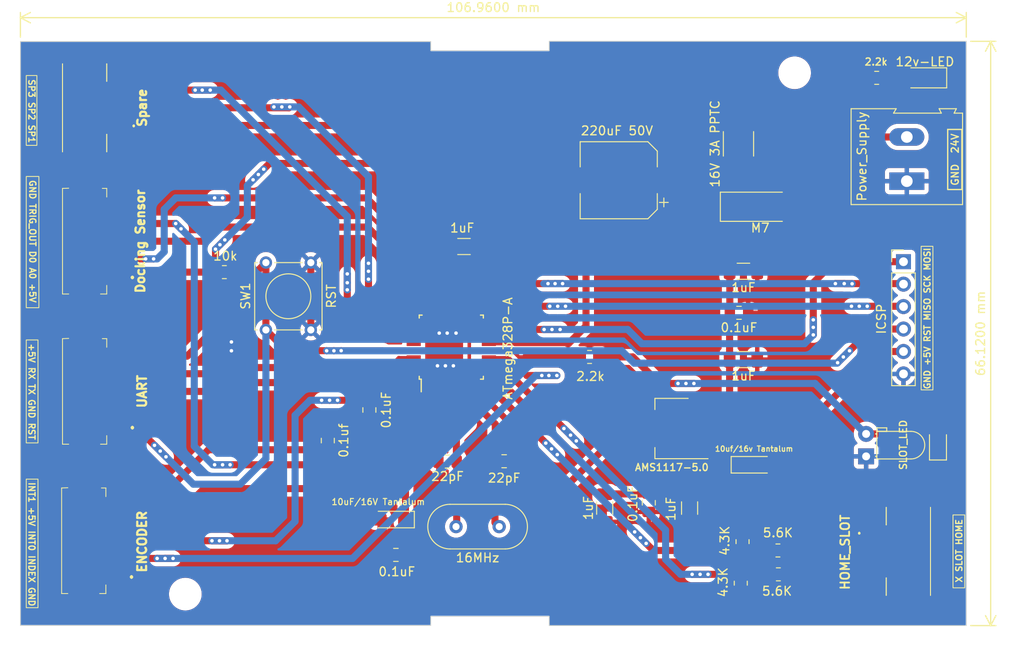
<source format=kicad_pcb>
(kicad_pcb (version 20221018) (generator pcbnew)
  (layers (0 "F.Cu" signal) (31 "B.Cu" signal) (34 "B.Paste" user) (35 "F.Paste" user) (36 "B.SilkS" user "B.Silkscreen") (37 "F.SilkS" user "F.Silkscreen") (38 "B.Mask" user) (39 "F.Mask" user) (44 "Edge.Cuts" user))
  (net 0 "")
  (net 1 "+12V")
  (net 2 "GND")
  (net 3 "+5V")
  (net 4 "INT0")
  (net 5 "INT1")
  (net 6 "Net-(U2-XTAL1{slash}PB6)")
  (net 7 "Net-(U2-XTAL2{slash}PB7)")
  (net 8 "Net-(D1-K)")
  (net 9 "INDEX")
  (net 10 "MOSI")
  (net 11 "SCK")
  (net 12 "MISO")
  (net 13 "RST")
  (net 14 "D0")
  (net 15 "A0")
  (net 16 "TRIG_Out")
  (net 17 "HOME")
  (net 18 "SLOT")
  (net 20 "RX")
  (net 21 "TX")
  (net 22 "Net-(J6-Pin_1)")
  (net 23 "Net-(D1-A)")
  (net 24 "Net-(D2-A)")
  (net 25 "Net-(U2-PB0)")
  (net 26 "Net-(J6-Pin_2)")
  (net 30 "Spare1")
  (net 31 "Spare2")
  (net 34 "Net-(D3-A)")
  (net 35 "Spare3")
  (footprint "Diode_SMD:D_SMA_Handsoldering" (layer "F.Cu") (at 135.1225 87.871841)
    (fp_text reference "D1" hide)
    (fp_text value "M7")
  )
  (footprint "JST 3 Pin SMD:B3BPHSM4TBTLFSN" (layer "F.Cu") (at 58.7225 76.671841 90)
    (fp_text reference "Spare")
    (fp_text value "Spare_Pins" hide)
  )
  (footprint "Resistor_SMD:R_0805_2012Metric_Pad1.20x1.40mm_HandSolder" (layer "F.Cu") (at 137.1725 129.471841)
    (fp_text reference "RESP4" hide)
    (fp_text value "5.6K")
  )
  (footprint "Capacitor_SMD:C_0805_2012Metric_Pad1.18x1.45mm_HandSolder" (layer "F.Cu") (at 132.7225 99.871841)
    (fp_text reference "C2" hide)
    (fp_text value "0.1uF")
  )
  (footprint "Resistor_SMD:R_0805_2012Metric_Pad1.20x1.40mm_HandSolder" (layer "F.Cu") (at 133.1225 125.771841 -90)
    (fp_text reference "RESP3" hide)
    (fp_text value "4.3K")
  )
  (footprint "Resistor_SMD:R_0805_2012Metric_Pad1.20x1.40mm_HandSolder" (layer "F.Cu") (at 137.1225 126.771841)
    (fp_text reference "RESP2" hide)
    (fp_text value "5.6K")
  )
  (footprint "Capacitor_SMD:CP_Elec_8x10.5" (layer "F.Cu") (at 119.1225 84.871841 180)
    (fp_text reference "|1" hide)
    (fp_text value "220uF 50V")
  )
  (footprint "Capacitor_Tantalum_SMD:CP_EIA-3216-18_Kemet-A_Pad1.58x1.35mm_HandSolder" (layer "F.Cu") (at 134.3225 117.071841)
    (fp_text reference "CESP1" hide)
    (fp_text value "10uf/16v Tantalum")
  )
  (footprint "Capacitor_SMD:C_0805_2012Metric_Pad1.18x1.45mm_HandSolder" (layer "F.Cu") (at 86.2225 114.334341 90)
    (fp_text reference "C10" hide)
    (fp_text value "0.1uf")
  )
  (footprint "JST 5 Pin SMD:B5BPHSM4TBTLFSN" (layer "F.Cu") (at 58.6225 125.671841 90)
    (fp_text reference "J2" hide)
    (fp_text value "ENCODER")
  )
  (footprint "Resistor_SMD:R_0805_2012Metric_Pad1.20x1.40mm_HandSolder" (layer "F.Cu") (at 74.5225 95.271841)
    (fp_text reference "RESP1" hide)
    (fp_text value "10k")
  )
  (footprint "Capacitor_SMD:C_1206_3216Metric_Pad1.33x1.80mm_HandSolder" (layer "F.Cu") (at 101.6225 92.371841)
    (fp_text reference "C8" hide)
    (fp_text value "1uF")
  )
  (footprint "MountingHole:MountingHole_3.2mm_M3" (layer "F.Cu") (at 70.1125 131.711841 90)
    (fp_text reference "H1" hide)
    (fp_text value "MountingHole" hide)
  )
  (footprint "Capacitor_SMD:C_1206_3216Metric_Pad1.33x1.80mm_HandSolder" (layer "F.Cu") (at 133.2225 105.171841)
    (fp_text reference "C3" hide)
    (fp_text value "1uF")
  )
  (footprint "LED_SMD:LED_1206_3216Metric_Pad1.42x1.75mm_HandSolder" (layer "F.Cu") (at 153.7475 73.281841 180)
    (fp_text reference "D2" hide)
    (fp_text value "12v-LED")
  )
  (footprint "Resistor_SMD:R_0805_2012Metric_Pad1.20x1.40mm_HandSolder" (layer "F.Cu") (at 115.8225 104.871841 180)
    (fp_text reference "R2" hide)
    (fp_text value "2.2k")
  )
  (footprint "Package_QFP:TQFP-32_7x7mm_P0.8mm" (layer "F.Cu") (at 100.1875 103.761841 90)
    (fp_text reference "U2" hide)
    (fp_text value "ATmega328P-A")
  )
  (footprint "Capacitor_SMD:C_0805_2012Metric_Pad1.18x1.45mm_HandSolder" (layer "F.Cu") (at 122.5225 121.371841 -90)
    (fp_text reference "C5" hide)
    (fp_text value "0.1uF")
  )
  (footprint "MountingHole:MountingHole_3.2mm_M3" (layer "F.Cu") (at 139.0125 72.711841 90)
    (fp_text reference "H2" hide)
    (fp_text value "MountingHole" hide)
  )
  (footprint "Capacitor_SMD:C_1206_3216Metric_Pad1.33x1.80mm_HandSolder" (layer "F.Cu") (at 117.535 121.969341 -90)
    (fp_text reference "C6" hide)
    (fp_text value "1uF")
  )
  (footprint "Resistor_SMD:R_0805_2012Metric_Pad1.20x1.40mm_HandSolder" (layer "F.Cu") (at 132.9225 130.471841 90)
    (fp_text reference "RESP5" hide)
    (fp_text value "4.3K")
  )
  (footprint "LED_THT:LED_D3.0mm_Horizontal_O1.27mm_Z2.0mm" (layer "F.Cu") (at 147.0975 116.121841 90)
    (fp_text reference "D3" hide)
    (fp_text value "SLOT_LED")
  )
  (footprint "LED_SMD:LED_0805_2012Metric_Pad1.15x1.40mm_HandSolder" (layer "F.Cu") (at 155.2225 114.671841 90)
    (fp_text reference "D4" hide)
    (fp_text value "SLOT_LED" hide)
  )
  (footprint "Capacitor_SMD:C_1206_3216Metric_Pad1.33x1.80mm_HandSolder" (layer "F.Cu") (at 133.2225 95.171841)
    (fp_text reference "C1" hide)
    (fp_text value "1uF")
  )
  (footprint "Capacitor_SMD:C_0805_2012Metric_Pad1.18x1.45mm_HandSolder" (layer "F.Cu") (at 99.7625 116.711841)
    (fp_text reference "C11" hide)
    (fp_text value "22pF")
  )
  (footprint "Package_TO_SOT_SMD:SOT-223-3_TabPin2" (layer "F.Cu") (at 125.1225 112.971841 180)
    (fp_text reference "U1" hide)
    (fp_text value "AMS1117-5.0")
  )
  (footprint "Resistor_SMD:R_0805_2012Metric_Pad1.20x1.40mm_HandSolder" (layer "F.Cu") (at 148.2925 73.281841 180)
    (fp_text reference "R1" hide)
    (fp_text value "2.2k")
  )
  (footprint "Crystal:Crystal_HC49-U_Vertical" (layer "F.Cu") (at 100.7225 124.071841)
    (fp_text reference "Y1" hide)
    (fp_text value "16MHz")
  )
  (footprint "Capacitor_SMD:C_0805_2012Metric_Pad1.18x1.45mm_HandSolder" (layer "F.Cu") (at 106.1625 116.671841 180)
    (fp_text reference "C12" hide)
    (fp_text value "22pF")
  )
  (footprint "Button_Switch_THT:SW_Tactile_Straight_KSA0Axx1LFTR" (layer "F.Cu") (at 79.2225 101.811841 90)
    (fp_text reference "SW1")
    (fp_text value "RST")
  )
  (footprint "Capacitor_SMD:C_0805_2012Metric_Pad1.18x1.45mm_HandSolder" (layer "F.Cu") (at 93.9225 127.271841 180)
    (fp_text reference "C7" hide)
    (fp_text value "0.1uF")
  )
  (footprint "TerminalBlock:TerminalBlock_Altech_AK300-2_P5.00mm" (layer "F.Cu") (at 151.7 84.976841 90)
    (fp_text reference "J1" hide)
    (fp_text value "Power_Supply")
  )
  (footprint "JST 5 Pin SMD:B5BPHSM4TBTLFSN" (layer "F.Cu") (at 58.7225 108.771841 90)
    (fp_text reference "J4" hide)
    (fp_text value "UART")
  )
  (footprint "Capacitor_SMD:C_0805_2012Metric_Pad1.18x1.45mm_HandSolder" (layer "F.Cu") (at 90.9225 110.871841 90)
    (fp_text reference "C9" hide)
    (fp_text value "0.1uF")
  )
  (footprint "JST 3 Pin SMD:B3BPHSM4TBTLFSN" (layer "F.Cu") (at 151.8725 126.871841 -90)
    (fp_text reference "J6" hide)
    (fp_text value "HOME_SLOT")
  )
  (footprint "Connector_PinHeader_2.54mm:PinHeader_1x06_P2.54mm_Vertical" (layer "F.Cu") (at 151.3225 94.091841)
    (fp_text reference "J3" hide)
    (fp_text value "ICSP")
  )
  (footprint "Fuse:Fuse_1812_4532Metric_Pad1.30x3.40mm_HandSolder" (layer "F.Cu") (at 132.6625 80.751841 -90)
    (fp_text reference "F1" hide)
    (fp_text value "16V 3A PPTC")
  )
  (footprint "JST 5 Pin SMD:B5BPHSM4TBTLFSN" (layer "F.Cu") (at 58.7225 91.771841 90)
    (fp_text reference "J5" hide)
    (fp_text value "Docking Sensor")
  )
  (footprint "Capacitor_SMD:C_1206_3216Metric_Pad1.33x1.80mm_HandSolder" (layer "F.Cu") (at 127.135 121.971841 -90)
    (fp_text reference "C4" hide)
    (fp_text value "1uF")
  )
  (footprint "Capacitor_Tantalum_SMD:CP_EIA-3216-18_Kemet-A_Pad1.58x1.35mm_HandSolder" (layer "F.Cu") (at 93.5225 123.271841 180)
    (fp_text reference "|2" hide)
    (fp_text value "10uF/16V Tantalum")
  )
  (gr_rect (start 156.9225 130.996841) (end 158.247901 122.746842) (stroke (width 0.1)) (fill none) (layer "F.SilkS"))
  (gr_rect (start 52.1225 80.921842) (end 53.3225 73.02184) (stroke (width 0.1)) (fill none) (layer "F.SilkS"))
  (gr_rect (start 52.1225 99.296841) (end 53.5479 84.446842) (stroke (width 0.1)) (fill none) (layer "F.SilkS"))
  (gr_rect (start 52.1225 114.596841) (end 53.4479 102.946842) (stroke (width 0.1)) (fill none) (layer "F.SilkS"))
  (gr_rect (start 153.3225 108.596841) (end 154.6479 92.346842) (stroke (width 0.1)) (fill none) (layer "F.SilkS"))
  (gr_rect (start 52.1225 133.24684) (end 53.4479 118.696842) (stroke (width 0.1)) (fill none) (layer "F.SilkS"))
  (gr_rect (start 156.3225 85.921842) (end 157.922501 79.121841) (stroke (width 0.15)) (fill none) (layer "F.SilkS"))
  (gr_poly (pts (xy 158.4225 135.271841) (xy 158.4225 69.141841) (xy 111.2625 69.141841) (xy 111.2625 70.211841) (xy 97.8625 70.211841) (xy 97.8625 69.171841) (xy 51.4625 69.171841) (xy 51.4625 135.251841) (xy 97.8625 135.251841) (xy 97.8625 134.211841) (xy 111.2625 134.211841) (xy 111.2625 135.271841)) (stroke (width 0.1)) (fill none) (layer "Edge.Cuts"))
  (gr_text "GND  24V\n" (at 157.6225 85.571841 90) (layer "F.SilkS") (effects (font (size 0.8 0.8) (thickness 0.15) bold) (justify left bottom)))
  (gr_text "GND TRIG_OUT D0 A0 +5V" (at 52.4225 84.771841 -90) (layer "F.SilkS") (effects (font (size 0.7 0.7)) (justify left bottom)))
  (gr_text "INT1 +5V INT0 INDEX GND" (at 52.3225 118.971841 -90) (layer "F.SilkS") (effects (font (size 0.7 0.7)) (justify left bottom)))
  (gr_text "GND +5V RST MISO SCK MOSI" (at 154.4225 108.596841 90) (layer "F.SilkS") (effects (font (size 0.7 0.7)) (justify left bottom)))
  (gr_text "X SLOT HOME" (at 158.0225 130.471841 90) (layer "F.SilkS") (effects (font (size 0.7 0.7) (thickness 0.15) bold) (justify left bottom)))
  (gr_text "SP3 SP2 SP1" (at 52.3225 73.371841 -90) (layer "F.SilkS") (effects (font (size 0.7 0.7) (thickness 0.15) bold) (justify left bottom)))
  (gr_text "+5V RX TX GND RST" (at 52.3225 103.271841 -90) (layer "F.SilkS") (effects (font (size 0.7 0.7)) (justify left bottom)))
  (dimension (type aligned) (layer "F.SilkS") (pts (xy 158.4225 135.271841) (xy 158.4225 69.151841)) (height 2.76) (gr_text "66.1200 mm" (at 160.0325 102.211841 90) (layer "F.SilkS") (effects (font (size 1 1) (thickness 0.15)))) (format (prefix "") (suffix "") (units 3) (units_format 1) (precision 4)) (style (thickness 0.15) (arrow_length 1.27) (text_position_mode 0) (extension_height 0.58642) (extension_offset 0.5) keep_text_aligned))
  (dimension (type aligned) (layer "F.SilkS") (pts (xy 51.4625 69.171841) (xy 158.4225 69.171841)) (height -2.7) (gr_text "106.9600 mm" (at 104.9425 65.321841) (layer "F.SilkS") (effects (font (size 1 1) (thickness 0.15)))) (format (prefix "") (suffix "") (units 3) (units_format 1) (precision 4)) (style (thickness 0.15) (arrow_length 1.27) (text_position_mode 0) (extension_height 0.58642) (extension_offset 0.5) keep_text_aligned))
  (segment (start 131.685 99.871841) (end 131.685 95.196841) (width 0.8) (layer "F.Cu") (net 1))
  (segment (start 124.9225 84.871841) (end 131.2675 78.526841) (width 0.8) (layer "F.Cu") (net 1))
  (segment (start 124.7225 84.871841) (end 122.8225 84.871841) (width 0.8) (layer "F.Cu") (net 1))
  (segment (start 131.2675 78.526841) (end 132.6625 78.526841) (width 0.8) (layer "F.Cu") (net 1))
  (segment (start 131.66 109.534341) (end 131.66 105.171841) (width 0.8) (layer "F.Cu") (net 1))
  (segment (start 131.66 105.171841) (end 131.66 99.896841) (width 0.8) (layer "F.Cu") (net 1))
  (segment (start 131.66 95.171841) (end 131.66 91.809341) (width 0.8) (layer "F.Cu") (net 1))
  (segment (start 128.2725 110.671841) (end 130.5225 110.671841) (width 0.8) (layer "F.Cu") (net 1))
  (segment (start 145.4125 73.281841) (end 147.2925 73.281841) (width 0.8) (layer "F.Cu") (net 1))
  (segment (start 132.6625 78.526841) (end 140.1675 78.526841) (width 0.8) (layer "F.Cu") (net 1))
  (segment (start 131.66 99.896841) (end 131.685 99.871841) (width 0.8) (layer "F.Cu") (net 1))
  (segment (start 131.685 95.196841) (end 131.66 95.171841) (width 0.8) (layer "F.Cu") (net 1))
  (segment (start 140.1675 78.526841) (end 145.4125 73.281841) (width 0.8) (layer "F.Cu") (net 1))
  (segment (start 131.66 91.809341) (end 124.7225 84.871841) (width 0.8) (layer "F.Cu") (net 1))
  (segment (start 130.5225 110.671841) (end 131.66 109.534341) (width 0.8) (layer "F.Cu") (net 1))
  (segment (start 122.8225 84.871841) (end 124.9225 84.871841) (width 0.8) (layer "F.Cu") (net 1))
  (segment (start 100.5875 106.036841) (end 100.4225 105.871841) (width 0.4) (layer "F.Cu") (net 2))
  (segment (start 100.5875 108.011841) (end 100.5875 106.036841) (width 0.4) (layer "F.Cu") (net 2))
  (segment (start 99.7875 98.036841) (end 99.7875 99.511841) (width 0.4) (layer "F.Cu") (net 2))
  (segment (start 98.9875 106.236841) (end 98.6225 105.871841) (width 0.4) (layer "F.Cu") (net 2))
  (segment (start 98.9875 108.011841) (end 98.9875 106.236841) (width 0.4) (layer "F.Cu") (net 2))
  (segment (start 99.7875 98.036841) (end 99.4225 97.671841) (width 0.4) (layer "F.Cu") (net 2))
  (segment (start 99.7875 99.511841) (end 99.7875 102.106841) (width 0.4) (layer "F.Cu") (net 2))
  (segment (start 84.3025 101.811841) (end 84.3025 94.191841) (width 0.8) (layer "F.Cu") (net 2))
  (segment (start 99.7875 102.106841) (end 99.7225 102.171841) (width 0.4) (layer "F.Cu") (net 2))
  (via (at 100.7225 102.171841) (size 0.8) (drill 0.4) (layers "F.Cu" "B.Cu") (net 2))
  (via (at 75.3225 104.171841) (size 0.8) (drill 0.4) (layers "F.Cu" "B.Cu") (net 2))
  (via (at 75.3225 103.171841) (size 0.8) (drill 0.4) (layers "F.Cu" "B.Cu") (net 2))
  (via (at 99.7225 102.171841) (size 0.8) (drill 0.4) (layers "F.Cu" "B.Cu") (net 2))
  (via (at 98.6225 105.871841) (size 0.8) (drill 0.4) (layers "F.Cu" "B.Cu") (net 2))
  (via (at 98.8225 102.171841) (size 0.8) (drill 0.4) (layers "F.Cu" "B.Cu") (net 2))
  (via (at 100.4225 105.871841) (size 0.8) (drill 0.4) (layers "F.Cu" "B.Cu") (net 2))
  (via (at 99.5225 105.871841) (size 0.8) (drill 0.4) (layers "F.Cu" "B.Cu") (net 2))
  (segment (start 132.885 120.246841) (end 132.7225 120.409341) (width 0.8) (layer "F.Cu") (net 3))
  (segment (start 67.3225 95.771841) (end 67.8225 95.271841) (width 0.8) (layer "F.Cu") (net 3))
  (segment (start 100.7075 110.956841) (end 101.3875 110.276841) (width 0.4) (layer "F.Cu") (net 3))
  (segment (start 141.0225 116.171841) (end 136.785 120.409341) (width 0.8) (layer "F.Cu") (net 3))
  (segment (start 102.2225 99.546841) (end 102.1875 99.511841) (width 0.4) (layer "F.Cu") (net 3))
  (segment (start 117.57 120.371841) (end 126.8475 120.371841) (width 0.8) (layer "F.Cu") (net 3))
  (segment (start 60.8725 123.671841) (end 68.3225 123.671841) (width 0.8) (layer "F.Cu") (net 3))
  (segment (start 60.9725 104.771841) (end 70.3225 104.771841) (width 0.8) (layer "F.Cu") (net 3))
  (segment (start 72.2225 119.771841) (end 95.0025 119.771841) (width 0.8) (layer "F.Cu") (net 3))
  (segment (start 73.5225 101.571841) (end 73.5225 95.271841) (width 0.8) (layer "F.Cu") (net 3))
  (segment (start 100.5875 96.771841) (end 100.5875 95.886841) (width 0.4) (layer "F.Cu") (net 3))
  (segment (start 95.0025 129.351841) (end 97.1225 131.471841) (width 0.8) (layer "F.Cu") (net 3))
  (segment (start 119.7225 112.971841) (end 121.9725 112.971841) (width 0.8) (layer "F.Cu") (net 3))
  (segment (start 95.0025 120.771841) (end 95.0025 129.351841) (width 0.8) (layer "F.Cu") (net 3))
  (segment (start 101.3825 96.331841) (end 100.5625 96.331841) (width 0.4) (layer "F.Cu") (net 3))
  (segment (start 67.8225 95.271841) (end 73.5225 95.271841) (width 0.8) (layer "F.Cu") (net 3))
  (segment (start 77.7725 84.821841) (end 79.6225 82.971841) (width 0.8) (layer "F.Cu") (net 3))
  (segment (start 113.3225 128.771841) (end 113.3225 119.371841) (width 0.8) (layer "F.Cu") (net 3))
  (segment (start 117.535 120.406841) (end 117.57 120.371841) (width 0.8) (layer "F.Cu") (net 3))
  (segment (start 102.1875 97.136841) (end 101.3825 96.331841) (width 0.4) (layer "F.Cu") (net 3))
  (segment (start 102.1875 99.511841) (end 102.1875 97.136841) (width 0.4) (layer "F.Cu") (net 3))
  (segment (start 121.9725 112.971841) (end 128.2725 112.971841) (width 0.8) (layer "F.Cu") (net 3))
  (segment (start 70.3225 104.771841) (end 73.5225 101.571841) (width 0.8) (layer "F.Cu") (net 3))
  (segment (start 117.535 120.409341) (end 117.5975 120.471841) (width 0.8) (layer "F.Cu") (net 3))
  (segment (start 74.5725 91.621841) (end 74.0225 92.171841) (width 0.8) (layer "F.Cu") (net 3))
  (segment (start 60.9725 95.771841) (end 67.3225 95.771841) (width 0.8) (layer "F.Cu") (net 3))
  (segment (start 73.5225 92.671841) (end 73.5225 95.271841) (width 0.8) (layer "F.Cu") (net 3))
  (segment (start 95.0025 116.661841) (end 95.0025 120.771841) (width 0.8) (layer "F.Cu") (net 3))
  (segment (start 113.3225 119.371841) (end 119.7225 112.971841) (width 0.8) (layer "F.Cu") (net 3))
  (segment (start 100.5625 87.111841) (end 100.5625 95.861841) (width 0.8) (layer "F.Cu") (net 3))
  (segment (start 151.3225 104.251841) (end 148.6425 104.251841) (width 0.8) (layer "F.Cu") (net 3))
  (segment (start 110.6225 131.471841) (end 113.3225 128.771841) (width 0.8) (layer "F.Cu") (net 3))
  (segment (start 132.7225 120.409341) (end 127.135 120.409341) (width 0.8) (layer "F.Cu") (net 3))
  (segment (start 100.5875 95.886841) (end 100.5625 95.861841) (width 0.4) (layer "F.Cu") (net 3))
  (segment (start 100.7075 110.956841) (end 95.0025 116.661841) (width 0.8) (layer "F.Cu") (net 3))
  (segment (start 132.885 115.371841) (end 132.885 117.071841) (width 0.8) (layer "F.Cu") (net 3))
  (segment (start 130.485 112.971841) (end 128.2725 112.971841) (width 0.8) (layer "F.Cu") (net 3))
  (segment (start 101.3875 108.011841) (end 101.3875 106.62608) (width 0.4) (layer "F.Cu") (net 3))
  (segment (start 96.4225 82.971841) (end 100.5625 87.111841) (width 0.8) (layer "F.Cu") (net 3))
  (segment (start 99.7875 110.036841) (end 100.7075 110.956841) (width 0.4) (layer "F.Cu") (net 3))
  (segment (start 141.0225 111.871841) (end 141.0225 116.171841) (width 0.8) (layer "F.Cu") (net 3))
  (segment (start 100.5625 95.861841) (end 100.5625 96.331841) (width 0.8) (layer "F.Cu") (net 3))
  (segment (start 68.3225 123.671841) (end 72.2225 119.771841) (width 0.8) (layer "F.Cu") (net 3))
  (segment (start 102.2225 105.79108) (end 102.2225 99.546841) (width 0.4) (layer "F.Cu") (net 3))
  (segment (start 97.1225 131.471841) (end 110.6225 131.471841) (width 0.8) (layer "F.Cu") (net 3))
  (segment (start 132.885 115.371841) (end 130.485 112.971841) (width 0.8) (layer "F.Cu") (net 3))
  (segment (start 95.0025 119.771841) (end 95.0025 120.771841) (width 0.8) (layer "F.Cu") (net 3))
  (segment (start 127.035 120.471841) (end 127.135 120.371841) (width 0.8) (layer "F.Cu") (net 3))
  (segment (start 136.785 120.409341) (end 132.7225 120.409341) (width 0.8) (layer "F.Cu") (net 3))
  (segment (start 101.3875 110.276841) (end 101.3875 108.011841) (width 0.4) (layer "F.Cu") (net 3))
  (segment (start 101.3875 106.62608) (end 102.2225 105.79108) (width 0.4) (layer "F.Cu") (net 3))
  (segment (start 148.6425 104.251841) (end 141.0225 111.871841) (width 0.8) (layer "F.Cu") (net 3))
  (segment (start 74.5725 91.621841) (end 73.5225 92.671841) (width 0.8) (layer "F.Cu") (net 3))
  (segment (start 79.6225 82.971841) (end 96.4225 82.971841) (width 0.8) (layer "F.Cu") (net 3))
  (segment (start 132.885 117.071841) (end 132.885 120.246841) (width 0.8) (layer "F.Cu") (net 3))
  (segment (start 100.5875 99.511841) (end 100.5875 96.771841) (width 0.4) (layer "F.Cu") (net 3))
  (segment (start 99.7875 108.011841) (end 99.7875 110.036841) (width 0.4) (layer "F.Cu") (net 3))
  (via (at 77.7725 84.821841) (size 0.8) (drill 0.4) (layers "F.Cu" "B.Cu") (net 3))
  (via (at 74.5725 91.621841) (size 0.8) (drill 0.4) (layers "F.Cu" "B.Cu") (net 3))
  (via (at 78.3725 84.221841) (size 0.8) (drill 0.4) (layers "F.Cu" "B.Cu") (net 3))
  (via (at 78.973542 83.620799) (size 0.8) (drill 0.4) (layers "F.Cu" "B.Cu") (net 3))
  (via (at 74.0225 92.171841) (size 0.8) (drill 0.4) (layers "F.Cu" "B.Cu") (net 3))
  (via (at 73.5225 92.671841) (size 0.8) (drill 0.4) (layers "F.Cu" "B.Cu") (net 3))
  (segment (start 77.1225 85.471841) (end 77.1225 89.071841) (width 0.8) (layer "B.Cu") (net 3))
  (segment (start 77.7725 84.821841) (end 77.1225 85.471841) (width 0.8) (layer "B.Cu") (net 3))
  (segment (start 78.3725 84.221841) (end 77.7725 84.821841) (width 0.8) (layer "B.Cu") (net 3))
  (segment (start 78.973542 83.620799) (end 78.3725 84.221841) (width 0.8) (layer "B.Cu") (net 3))
  (segment (start 77.1225 89.071841) (end 73.5225 92.671841) (width 0.8) (layer "B.Cu") (net 3))
  (segment (start 73.122494 125.671841) (end 74.8225 125.671841) (width 0.8) (layer "F.Cu") (net 4))
  (segment (start 60.8725 125.671841) (end 74.8225 125.671841) (width 0.8) (layer "F.Cu") (net 4))
  (segment (start 95.9375 106.561841) (end 95.9375 107.856841) (width 0.4) (layer "F.Cu") (net 4))
  (segment (start 86.4225 109.771841) (end 87.3225 109.771841) (width 0.8) (layer "F.Cu") (net 4))
  (segment (start 74.8225 125.671841) (end 73.972497 125.671841) (width 0.8) (layer "F.Cu") (net 4))
  (segment (start 87.3225 109.771841) (end 94.0225 109.771841) (width 0.8) (layer "F.Cu") (net 4))
  (segment (start 94.0225 109.771841) (end 94.5225 109.271841) (width 0.8) (layer "F.Cu") (net 4))
  (segment (start 95.9375 107.856841) (end 94.5225 109.271841) (width 0.4) (layer "F.Cu") (net 4))
  (segment (start 85.5225 109.771841) (end 86.4225 109.771841) (width 0.8) (layer "F.Cu") (net 4))
  (via (at 86.4225 109.771841) (size 0.8) (drill 0.4) (layers "F.Cu" "B.Cu") (net 4))
  (via (at 73.972497 125.671841) (size 0.8) (drill 0.4) (layers "F.Cu" "B.Cu") (net 4))
  (via (at 74.8225 125.671841) (size 0.8) (drill 0.4) (layers "F.Cu" "B.Cu") (net 4))
  (via (at 87.3225 109.771841) (size 0.8) (drill 0.4) (layers "F.Cu" "B.Cu") (net 4))
  (via (at 85.5225 109.771841) (size 0.8) (drill 0.4) (layers "F.Cu" "B.Cu") (net 4))
  (via (at 73.122494 125.671841) (size 0.8) (drill 0.4) (layers "F.Cu" "B.Cu") (net 4))
  (segment (start 80.3225 125.671841) (end 82.5225 123.471841) (width 0.8) (layer "B.Cu") (net 4))
  (segment (start 82.5225 123.471841) (end 82.5225 111.471841) (width 0.8) (layer "B.Cu") (net 4))
  (segment (start 87.3225 109.771841) (end 85.5225 109.771841) (width 0.8) (layer "B.Cu") (net 4))
  (segment (start 82.5225 111.471841) (end 84.2225 109.771841) (width 0.8) (layer "B.Cu") (net 4))
  (segment (start 84.2225 109.771841) (end 85.5225 109.771841) (width 0.8) (layer "B.Cu") (net 4))
  (segment (start 73.122494 125.671841) (end 80.3225 125.671841) (width 0.8) (layer "B.Cu") (net 4))
  (segment (start 72.7225 115.371841) (end 86.2225 115.371841) (width 0.8) (layer "F.Cu") (net 5))
  (segment (start 97.3875 108.011841) (end 97.3875 109.476841) (width 0.4) (layer "F.Cu") (net 5))
  (segment (start 97.3875 109.476841) (end 96.2575 110.606841) (width 0.4) (layer "F.Cu") (net 5))
  (segment (start 66.4225 121.671841) (end 72.7225 115.371841) (width 0.8) (layer "F.Cu") (net 5))
  (segment (start 91.4925 115.371841) (end 86.2225 115.371841) (width 0.8) (layer "F.Cu") (net 5))
  (segment (start 96.2575 110.606841) (end 91.4925 115.371841) (width 0.8) (layer "F.Cu") (net 5))
  (segment (start 60.8725 121.671841) (end 66.4225 121.671841) (width 0.8) (layer "F.Cu") (net 5))
  (segment (start 102.1875 112.476841) (end 100.7625 113.901841) (width 0.8) (layer "F.Cu") (net 6))
  (segment (start 102.1875 111.271841) (end 102.1875 108.011841) (width 0.4) (layer "F.Cu") (net 6))
  (segment (start 102.1875 111.271841) (end 102.1875 112.476841) (width 0.8) (layer "F.Cu") (net 6))
  (segment (start 100.8 116.711841) (end 100.8 123.994341) (width 0.8) (layer "F.Cu") (net 6))
  (segment (start 100.8 123.994341) (end 100.7225 124.071841) (width 0.8) (layer "F.Cu") (net 6))
  (segment (start 100.7625 123.671841) (end 100.8025 123.711841) (width 0.8) (layer "F.Cu") (net 6))
  (segment (start 100.7625 113.901841) (end 100.7625 116.711841) (width 0.8) (layer "F.Cu") (net 6))
  (segment (start 105.125 123.594341) (end 105.6025 124.071841) (width 0.8) (layer "F.Cu") (net 7))
  (segment (start 105.125 116.671841) (end 105.125 123.594341) (width 0.8) (layer "F.Cu") (net 7))
  (segment (start 105.1625 112.471841) (end 105.1625 116.911841) (width 0.8) (layer "F.Cu") (net 7))
  (segment (start 105.1625 123.671841) (end 105.2025 123.711841) (width 0.8) (layer "F.Cu") (net 7))
  (segment (start 103.6925 111.001841) (end 102.9875 110.296841) (width 0.4) (layer "F.Cu") (net 7))
  (segment (start 102.9875 110.296841) (end 102.9875 108.011841) (width 0.4) (layer "F.Cu") (net 7))
  (segment (start 103.6925 111.001841) (end 105.1625 112.471841) (width 0.8) (layer "F.Cu") (net 7))
  (segment (start 132.6225 87.871841) (end 132.6225 83.016841) (width 0.8) (layer "F.Cu") (net 8))
  (segment (start 132.6225 83.016841) (end 132.6625 82.976841) (width 0.8) (layer "F.Cu") (net 8))
  (segment (start 108.7225 106.971841) (end 107.1725 105.421841) (width 0.6) (layer "F.Cu") (net 9))
  (segment (start 112.1225 106.971841) (end 111.2225 106.971841) (width 0.8) (layer "F.Cu") (net 9))
  (segment (start 111.2225 106.971841) (end 108.7225 106.971841) (width 0.8) (layer "F.Cu") (net 9))
  (segment (start 106.7125 104.961841) (end 104.4375 104.961841) (width 0.4) (layer "F.Cu") (net 9))
  (segment (start 67.8225 127.671841) (end 68.7225 127.671841) (width 0.8) (layer "F.Cu") (net 9))
  (segment (start 60.8725 127.671841) (end 68.7225 127.671841) (width 0.8) (layer "F.Cu") (net 9))
  (segment (start 107.1725 105.421841) (end 106.7125 104.961841) (width 0.4) (layer "F.Cu") (net 9))
  (via (at 67.8225 127.671841) (size 0.8) (drill 0.4) (layers "F.Cu" "B.Cu") (net 9))
  (via (at 112.1225 106.971841) (size 0.8) (drill 0.4) (layers "F.Cu" "B.Cu") (net 9))
  (via (at 111.2225 106.971841) (size 0.8) (drill 0.4) (layers "F.Cu" "B.Cu") (net 9))
  (via (at 110.4225 106.971841) (size 0.8) (drill 0.4) (layers "F.Cu" "B.Cu") (net 9))
  (via (at 66.9225 127.671841) (size 0.8) (drill 0.4) (layers "F.Cu" "B.Cu") (net 9))
  (via (at 68.7225 127.671841) (size 0.8) (drill 0.4) (layers "F.Cu" "B.Cu") (net 9))
  (segment (start 109.7225 106.971841) (end 89.0225 127.671841) (width 0.8) (layer "B.Cu") (net 9))
  (segment (start 111.2225 106.971841) (end 110.4225 106.971841) (width 0.8) (layer "B.Cu") (net 9))
  (segment (start 89.0225 127.671841) (end 66.9225 127.671841) (width 0.8) (layer "B.Cu") (net 9))
  (segment (start 112.1225 106.971841) (end 111.2225 106.971841) (width 0.8) (layer "B.Cu") (net 9))
  (segment (start 110.4225 106.971841) (end 109.7225 106.971841) (width 0.8) (layer "B.Cu") (net 9))
  (segment (start 143.5825 94.091841) (end 151.3225 94.091841) (width 0.8) (layer "F.Cu") (net 10))
  (segment (start 106.8725 101.761841) (end 107.7925 101.761841) (width 0.4) (layer "F.Cu") (net 10))
  (segment (start 141.1225 101.521838) (end 141.1225 96.471841) (width 0.8) (layer "F.Cu") (net 10))
  (segment (start 141.1225 102.371841) (end 141.1225 100.671835) (width 0.8) (layer "F.Cu") (net 10))
  (segment (start 141.1225 96.471841) (end 143.5425 94.051841) (width 0.8) (layer "F.Cu") (net 10))
  (segment (start 141.1225 100.671835) (end 141.1225 101.521838) (width 0.8) (layer "F.Cu") (net 10))
  (segment (start 143.5425 94.051841) (end 143.5825 94.091841) (width 0.8) (layer "F.Cu") (net 10))
  (segment (start 112.4925 101.761841) (end 110.6825 101.761841) (width 0.8) (layer "F.Cu") (net 10))
  (segment (start 110.6825 101.761841) (end 107.7925 101.761841) (width 0.8) (layer "F.Cu") (net 10))
  (segment (start 104.4375 101.761841) (end 106.8725 101.761841) (width 0.4) (layer "F.Cu") (net 10))
  (via (at 141.1225 102.371841) (size 0.8) (drill 0.4) (layers "F.Cu" "B.Cu") (net 10))
  (via (at 141.1225 100.671835) (size 0.8) (drill 0.4) (layers "F.Cu" "B.Cu") (net 10))
  (via (at 111.5725 101.761841) (size 0.8) (drill 0.4) (layers "F.Cu" "B.Cu") (net 10))
  (via (at 110.6825 101.761841) (size 0.8) (drill 0.4) (layers "F.Cu" "B.Cu") (net 10))
  (via (at 112.4925 101.761841) (size 0.8) (drill 0.4) (layers "F.Cu" "B.Cu") (net 10))
  (via (at 141.1225 101.521838) (size 0.8) (drill 0.4) (layers "F.Cu" "B.Cu") (net 10))
  (segment (start 140.1225 103.371841) (end 121.7425 103.371841) (width 0.8) (layer "B.Cu") (net 10))
  (segment (start 141.1225 101.521838) (end 141.1225 100.671835) (width 0.8) (layer "B.Cu") (net 10))
  (segment (start 141.1225 102.371841) (end 140.1225 103.371841) (width 0.8) (layer "B.Cu") (net 10))
  (segment (start 120.1325 101.761841) (end 110.6825 101.761841) (width 0.8) (layer "B.Cu") (net 10))
  (segment (start 121.7425 103.371841) (end 120.1325 101.761841) (width 0.8) (layer "B.Cu") (net 10))
  (segment (start 141.1225 100.671835) (end 141.1225 102.371841) (width 0.8) (layer "B.Cu") (net 10))
  (segment (start 144.6225 96.571841) (end 144.6425 96.591841) (width 0.8) (layer "F.Cu") (net 11))
  (segment (start 112.772503 96.571841) (end 108.3025 96.571841) (width 0.8) (layer "F.Cu") (net 11))
  (segment (start 143.6225 96.571841) (end 151.2625 96.571841) (width 0.8) (layer "F.Cu") (net 11))
  (segment (start 151.2625 96.571841) (end 151.3225 96.631841) (width 0.8) (layer "F.Cu") (net 11))
  (segment (start 105.3625 99.511841) (end 106.7925 98.081841) (width 0.4) (layer "F.Cu") (net 11))
  (segment (start 102.9875 99.511841) (end 105.3625 99.511841) (width 0.4) (layer "F.Cu") (net 11))
  (segment (start 144.6425 96.591841) (end 145.5125 96.591841) (width 0.8) (layer "F.Cu") (net 11))
  (segment (start 144.6225 96.571841) (end 143.6225 96.571841) (width 0.8) (layer "F.Cu") (net 11))
  (segment (start 108.3025 96.571841) (end 106.7925 98.081841) (width 0.8) (layer "F.Cu") (net 11))
  (via (at 112.772503 96.571841) (size 0.8) (drill 0.4) (layers "F.Cu" "B.Cu") (net 11))
  (via (at 143.6225 96.571841) (size 0.8) (drill 0.4) (layers "F.Cu" "B.Cu") (net 11))
  (via (at 111.9225 96.571841) (size 0.8) (drill 0.4) (layers "F.Cu" "B.Cu") (net 11))
  (via (at 145.5125 96.591841) (size 0.8) (drill 0.4) (layers "F.Cu" "B.Cu") (net 11))
  (via (at 111.1225 96.571841) (size 0.8) (drill 0.4) (layers "F.Cu" "B.Cu") (net 11))
  (via (at 144.6225 96.571841) (size 0.8) (drill 0.4) (layers "F.Cu" "B.Cu") (net 11))
  (segment (start 112.772503 96.571841) (end 111.9225 96.571841) (width 0.8) (layer "B.Cu") (net 11))
  (segment (start 145.5125 96.591841) (end 145.4925 96.571841) (width 0.8) (layer "B.Cu") (net 11))
  (segment (start 145.4925 96.571841) (end 110.6425 96.571841) (width 0.8) (layer "B.Cu") (net 11))
  (segment (start 151.2825 99.131841) (end 151.3225 99.171841) (width 0.8) (layer "F.Cu") (net 12))
  (segment (start 145.4425 99.131841) (end 151.2825 99.131841) (width 0.8) (layer "F.Cu") (net 12))
  (segment (start 106.6825 100.961841) (end 104.4375 100.961841) (width 0.4) (layer "F.Cu") (net 12))
  (segment (start 113.102503 99.131841) (end 108.5125 99.131841) (width 0.8) (layer "F.Cu") (net 12))
  (segment (start 108.5125 99.131841) (end 107.5575 100.086841) (width 0.8) (layer "F.Cu") (net 12))
  (segment (start 145.4425 99.131841) (end 146.3225 99.131841) (width 0.8) (layer "F.Cu") (net 12))
  (segment (start 107.5575 100.086841) (end 106.6825 100.961841) (width 0.4) (layer "F.Cu") (net 12))
  (via (at 113.102503 99.131841) (size 0.8) (drill 0.4) (layers "F.Cu" "B.Cu") (net 12))
  (via (at 146.3225 99.131841) (size 0.8) (drill 0.4) (layers "F.Cu" "B.Cu") (net 12))
  (via (at 112.2225 99.131841) (size 0.8) (drill 0.4) (layers "F.Cu" "B.Cu") (net 12))
  (via (at 145.4425 99.131841) (size 0.8) (drill 0.4) (layers "F.Cu" "B.Cu") (net 12))
  (via (at 147.2225 99.131841) (size 0.8) (drill 0.4) (layers "F.Cu" "B.Cu") (net 12))
  (via (at 111.3225 99.131841) (size 0.8) (drill 0.4) (layers "F.Cu" "B.Cu") (net 12))
  (segment (start 113.102503 99.131841) (end 147.2225 99.131841) (width 0.8) (layer "B.Cu") (net 12))
  (segment (start 147.2225 99.131841) (end 146.3225 99.131841) (width 0.8) (layer "B.Cu") (net 12))
  (segment (start 113.102503 99.131841) (end 111.3225 99.131841) (width 0.8) (layer "B.Cu") (net 12))
  (segment (start 86.0925 104.171841) (end 86.1025 104.161841) (width 0.8) (layer "F.Cu") (net 13))
  (segment (start 95.9375 104.161841) (end 92.4525 104.161841) (width 0.4) (layer "F.Cu") (net 13))
  (segment (start 67.9225 116.171841) (end 64.5225 112.771841) (width 0.8) (layer "F.Cu") (net 13))
  (segment (start 64.5225 112.771841) (end 60.9725 112.771841) (width 0.8) (layer "F.Cu") (net 13))
  (segment (start 86.9025 104.161841) (end 86.9125 104.171841) (width 0.8) (layer "F.Cu") (net 13))
  (segment (start 147.6825 101.711841) (end 147.7625 101.711841) (width 0.8) (layer "F.Cu") (net 13))
  (segment (start 87.7325 104.161841) (end 92.4525 104.161841) (width 0.8) (layer "F.Cu") (net 13))
  (segment (start 78.1425 95.271841) (end 79.2225 94.191841) (width 0.8) (layer "F.Cu") (net 13))
  (segment (start 81.5725 104.161841) (end 86.0825 104.161841) (width 0.8) (layer "F.Cu") (net 13))
  (segment (start 86.9125 104.171841) (end 86.9225 104.161841) (width 0.8) (layer "F.Cu") (net 13))
  (segment (start 145.2225 104.171841) (end 143.8725 105.521841) (width 0.8) (layer "F.Cu") (net 13))
  (segment (start 86.1025 104.161841) (end 86.9025 104.161841) (width 0.8) (layer "F.Cu") (net 13))
  (segment (start 86.9225 104.161841) (end 87.7325 104.161841) (width 0.8) (layer "F.Cu") (net 13))
  (segment (start 147.7625 101.711841) (end 151.3225 101.711841) (width 0.8) (layer "F.Cu") (net 13))
  (segment (start 67.2725 115.521841) (end 67.9225 116.171841) (width 0.8) (layer "F.Cu") (net 13))
  (segment (start 66.6225 114.871841) (end 67.2725 115.521841) (width 0.8) (layer "F.Cu") (net 13))
  (segment (start 86.0825 104.161841) (end 86.0925 104.171841) (width 0.8) (layer "F.Cu") (net 13))
  (segment (start 75.5225 95.271841) (end 78.1425 95.271841) (width 0.8) (layer "F.Cu") (net 13))
  (segment (start 145.2225 104.171841) (end 147.6825 101.711841) (width 0.8) (layer "F.Cu") (net 13))
  (segment (start 79.2225 101.811841) (end 79.2225 94.191841) (width 0.8) (layer "F.Cu") (net 13))
  (segment (start 79.2225 101.811841) (end 81.5725 104.161841) (width 0.8) (layer "F.Cu") (net 13))
  (via (at 143.8725 105.521841) (size 0.8) (drill 0.4) (layers "F.Cu" "B.Cu") (net 13))
  (via (at 66.6225 114.871841) (size 0.8) (drill 0.4) (layers "F.Cu" "B.Cu") (net 13))
  (via (at 86.0925 104.171841) (size 0.8) (drill 0.4) (layers "F.Cu" "B.Cu") (net 13))
  (via (at 144.5225 104.871841) (size 0.8) (drill 0.4) (layers "F.Cu" "B.Cu") (net 13))
  (via (at 67.9225 116.171841) (size 0.8) (drill 0.4) (layers "F.Cu" "B.Cu") (net 13))
  (via (at 86.9125 104.171841) (size 0.8) (drill 0.4) (layers "F.Cu" "B.Cu") (net 13))
  (via (at 67.2725 115.521841) (size 0.8) (drill 0.4) (layers "F.Cu" "B.Cu") (net 13))
  (via (at 145.2225 104.171841) (size 0.8) (drill 0.4) (layers "F.Cu" "B.Cu") (net 13))
  (via (at 87.7325 104.161841) (size 0.8) (drill 0.4) (layers "F.Cu" "B.Cu") (net 13))
  (segment (start 86.0925 104.171841) (end 119.4425 104.171841) (width 0.8) (layer "B.Cu") (net 13))
  (segment (start 145.2225 104.171841) (end 144.5225 104.871841) (width 0.8) (layer "B.Cu") (net 13))
  (segment (start 66.6225 114.871841) (end 71.0225 119.271841) (width 0.8) (layer "B.Cu") (net 13))
  (segment (start 143.8725 105.521841) (end 143.8225 105.571841) (width 0.8) (layer "B.Cu") (net 13))
  (segment (start 145.2225 104.171841) (end 143.8725 105.521841) (width 0.8) (layer "B.Cu") (net 13))
  (segment (start 76.3225 119.271841) (end 79.2225 116.371841) (width 0.8) (layer "B.Cu") (net 13))
  (segment (start 143.8225 105.571841) (end 120.8625 105.571841) (width 0.8) (layer "B.Cu") (net 13))
  (segment (start 71.0225 119.271841) (end 76.3225 119.271841) (width 0.8) (layer "B.Cu") (net 13))
  (segment (start 79.2225 116.371841) (end 79.2225 101.811841) (width 0.8) (layer "B.Cu") (net 13))
  (segment (start 120.8625 105.571841) (end 119.4525 104.161841) (width 0.8) (layer "B.Cu") (net 13))
  (segment (start 119.4425 104.171841) (end 119.4525 104.161841) (width 0.8) (layer "B.Cu") (net 13))
  (segment (start 72.0225 91.771841) (end 73.6225 90.171841) (width 0.8) (layer "F.Cu") (net 14))
  (segment (start 73.6225 90.171841) (end 90.7025 90.171841) (width 0.8) (layer "F.Cu") (net 14))
  (segment (start 97.3875 96.856841) (end 97.3875 99.511841) (width 0.4) (layer "F.Cu") (net 14))
  (segment (start 90.7025 90.171841) (end 96.7275 96.196841) (width 0.8) (layer "F.Cu") (net 14))
  (segment (start 96.7275 96.196841) (end 97.3875 96.856841) (width 0.4) (layer "F.Cu") (net 14))
  (segment (start 60.9725 91.771841) (end 72.0225 91.771841) (width 0.8) (layer "F.Cu") (net 14))
  (segment (start 98.1875 99.511841) (end 98.1875 95.831841) (width 0.4) (layer "F.Cu") (net 15))
  (segment (start 74.3225 86.871841) (end 90.5825 86.871841) (width 0.8) (layer "F.Cu") (net 15))
  (segment (start 98.1875 94.476841) (end 98.1875 95.831841) (width 0.8) (layer "F.Cu") (net 15))
  (segment (start 90.5825 86.871841) (end 98.1875 94.476841) (width 0.8) (layer "F.Cu") (net 15))
  (segment (start 66.5225 93.771841) (end 60.9725 93.771841) (width 0.8) (layer "F.Cu") (net 15))
  (segment (start 73.4225 86.871841) (end 74.3225 86.871841) (width 0.8) (layer "F.Cu") (net 15))
  (segment (start 98.1875 95.831841) (end 98.1875 94.786841) (width 0.4) (layer "F.Cu") (net 15))
  (segment (start 98.1875 94.786841) (end 98.1125 94.711841) (width 0.4) (layer "F.Cu") (net 15))
  (via (at 74.3225 86.871841) (size 0.8) (drill 0.4) (layers "F.Cu" "B.Cu") (net 15))
  (via (at 65.6225 93.771841) (size 0.8) (drill 0.4) (layers "F.Cu" "B.Cu") (net 15))
  (via (at 66.5225 93.771841) (size 0.8) (drill 0.4) (layers "F.Cu" "B.Cu") (net 15))
  (via (at 73.4225 86.871841) (size 0.8) (drill 0.4) (layers "F.Cu" "B.Cu") (net 15))
  (segment (start 66.5225 93.771841) (end 65.6225 93.771841) (width 0.8) (layer "B.Cu") (net 15))
  (segment (start 67.7225 92.971841) (end 67.7225 88.171841) (width 0.8) (layer "B.Cu") (net 15))
  (segment (start 66.9225 93.771841) (end 67.7225 92.971841) (width 0.8) (layer "B.Cu") (net 15))
  (segment (start 67.7225 88.171841) (end 69.0225 86.871841) (width 0.8) (layer "B.Cu") (net 15))
  (segment (start 66.5225 93.771841) (end 66.9225 93.771841) (width 0.8) (layer "B.Cu") (net 15))
  (segment (start 69.0225 86.871841) (end 74.3225 86.871841) (width 0.8) (layer "B.Cu") (net 15))
  (segment (start 91.772398 117.071841) (end 97.572398 111.271841) (width 0.8) (layer "F.Cu") (net 16))
  (segment (start 73.4225 117.071841) (end 91.772398 117.071841) (width 0.8) (layer "F.Cu") (net 16))
  (segment (start 98.1875 110.656739) (end 97.572398 111.271841) (width 0.4) (layer "F.Cu") (net 16))
  (segment (start 98.1875 108.011841) (end 98.1875 110.656739) (width 0.4) (layer "F.Cu") (net 16))
  (segment (start 69.0225 89.771841) (end 69.6225 90.371841) (width 0.8) (layer "F.Cu") (net 16))
  (segment (start 60.9725 89.771841) (end 69.0225 89.771841) (width 0.8) (layer "F.Cu") (net 16))
  (via (at 74.3225 117.071841) (size 0.8) (drill 0.4) (layers "F.Cu" "B.Cu") (net 16))
  (via (at 75.172503 117.071841) (size 0.8) (drill 0.4) (layers "F.Cu" "B.Cu") (net 16))
  (via (at 69.6225 90.371841) (size 0.8) (drill 0.4) (layers "F.Cu" "B.Cu") (net 16))
  (via (at 69.0225 89.771841) (size 0.8) (drill 0.4) (layers "F.Cu" "B.Cu") (net 16))
  (via (at 73.4225 117.071841) (size 0.8) (drill 0.4) (layers "F.Cu" "B.Cu") (net 16))
  (segment (start 74.3225 117.071841) (end 73.4225 117.071841) (width 0.8) (layer "B.Cu") (net 16))
  (segment (start 75.172503 117.071841) (end 73.4225 117.071841) (width 0.8) (layer "B.Cu") (net 16))
  (segment (start 69.6225 90.371841) (end 71.1225 91.871841) (width 0.8) (layer "B.Cu") (net 16))
  (segment (start 71.1225 114.971841) (end 73.2225 117.071841) (width 0.8) (layer "B.Cu") (net 16))
  (segment (start 71.1225 91.871841) (end 71.1225 114.971841) (width 0.8) (layer "B.Cu") (net 16))
  (segment (start 69.0225 89.771841) (end 69.6225 90.371841) (width 0.8) (layer "B.Cu") (net 16))
  (segment (start 73.2225 117.071841) (end 75.172503 117.071841) (width 0.8) (layer "B.Cu") (net 16))
  (segment (start 112.1725 115.921841) (end 105.6225 109.371841) (width 0.8) (layer "F.Cu") (net 17))
  (segment (start 104.4375 108.186841) (end 104.4375 106.561841) (width 0.4) (layer "F.Cu") (net 17))
  (segment (start 123.0225 126.771841) (end 136.2225 126.771841) (width 0.8) (layer "F.Cu") (net 17))
  (segment (start 105.6225 109.371841) (end 104.4375 108.186841) (width 0.4) (layer "F.Cu") (net 17))
  (segment (start 120.9225 124.671841) (end 123.0225 126.771841) (width 0.8) (layer "F.Cu") (net 17))
  (via (at 110.8725 114.621841) (size 0.8) (drill 0.4) (layers "F.Cu" "B.Cu") (net 17))
  (via (at 111.5225 115.271841) (size 0.8) (drill 0.4) (layers "F.Cu" "B.Cu") (net 17))
  (via (at 121.5725 125.321841) (size 0.8) (drill 0.4) (layers "F.Cu" "B.Cu") (net 17))
  (via (at 122.2225 125.971841) (size 0.8) (drill 0.4) (layers "F.Cu" "B.Cu") (net 17))
  (via (at 112.1725 115.921841) (size 0.8) (drill 0.4) (layers "F.Cu" "B.Cu") (net 17))
  (via (at 120.9225 124.671841) (size 0.8) (drill 0.4) (layers "F.Cu" "B.Cu") (net 17))
  (segment (start 111.5225 115.271841) (end 110.8725 114.621841) (width 0.8) (layer "B.Cu") (net 17))
  (segment (start 122.2225 125.971841) (end 110.8725 114.621841) (width 0.8) (layer "B.Cu") (net 17))
  (segment (start 112.1725 115.921841) (end 111.5225 115.271841) (width 0.8) (layer "B.Cu") (net 17))
  (segment (start 105.7125 105.761841) (end 104.4375 105.761841) (width 0.4) (layer "F.Cu") (net 18))
  (segment (start 127.4225 129.471841) (end 132.9225 129.471841) (width 0.8) (layer "F.Cu") (net 18))
  (segment (start 114.3225 114.371841) (end 113.6725 113.721841) (width 0.8) (layer "F.Cu") (net 18))
  (segment (start 106.5225 106.571841) (end 105.7125 105.761841) (width 0.4) (layer "F.Cu") (net 18))
  (segment (start 136.1725 129.471841) (end 133.0725 129.471841) (width 0.8) (layer "F.Cu") (net 18))
  (segment (start 113.6725 113.721841) (end 106.5225 106.571841) (width 0.8) (layer "F.Cu") (net 18))
  (via (at 129.2225 129.471841) (size 0.8) (drill 0.4) (layers "F.Cu" "B.Cu") (net 18))
  (via (at 114.3225 114.371841) (size 0.8) (drill 0.4) (layers "F.Cu" "B.Cu") (net 18))
  (via (at 112.9225 112.971841) (size 0.8) (drill 0.4) (layers "F.Cu" "B.Cu") (net 18))
  (via (at 127.4225 129.471841) (size 0.8) (drill 0.4) (layers "F.Cu" "B.Cu") (net 18))
  (via (at 128.3225 129.471841) (size 0.8) (drill 0.4) (layers "F.Cu" "B.Cu") (net 18))
  (via (at 113.6725 113.721841) (size 0.8) (drill 0.4) (layers "F.Cu" "B.Cu") (net 18))
  (segment (start 128.3225 129.471841) (end 129.2225 129.471841) (width 0.8) (layer "B.Cu") (net 18))
  (segment (start 127.4225 129.471841) (end 128.3225 129.471841) (width 0.8) (layer "B.Cu") (net 18))
  (segment (start 112.9225 112.971841) (end 124.4225 124.471841) (width 0.8) (layer "B.Cu") (net 18))
  (segment (start 126.1225 129.471841) (end 127.4225 129.471841) (width 0.8) (layer "B.Cu") (net 18))
  (segment (start 124.4225 127.771841) (end 126.1225 129.471841) (width 0.8) (layer "B.Cu") (net 18))
  (segment (start 124.4225 124.471841) (end 124.4225 127.771841) (width 0.8) (layer "B.Cu") (net 18))
  (segment (start 76.5225 106.071841) (end 92.3225 106.071841) (width 0.8) (layer "F.Cu") (net 20))
  (segment (start 60.9725 106.771841) (end 75.8225 106.771841) (width 0.8) (layer "F.Cu") (net 20))
  (segment (start 94.2325 104.961841) (end 93.1225 106.071841) (width 0.4) (layer "F.Cu") (net 20))
  (segment (start 75.8225 106.771841) (end 76.5225 106.071841) (width 0.8) (layer "F.Cu") (net 20))
  (segment (start 93.1225 106.071841) (end 92.3225 106.071841) (width 0.4) (layer "F.Cu") (net 20))
  (segment (start 94.2725 104.961841) (end 94.2325 104.961841) (width 0.4) (layer "F.Cu") (net 20))
  (segment (start 95.9375 104.961841) (end 94.2725 104.961841) (width 0.4) (layer "F.Cu") (net 20))
  (segment (start 92.7425 107.771841) (end 92.0625 107.771841) (width 0.4) (layer "F.Cu") (net 21))
  (segment (start 94.7525 105.761841) (end 95.9375 105.761841) (width 0.4) (layer "F.Cu") (net 21))
  (segment (start 94.7525 105.761841) (end 92.7425 107.771841) (width 0.4) (layer "F.Cu") (net 21))
  (segment (start 76.6225 108.771841) (end 77.6225 107.771841) (width 0.8) (layer "F.Cu") (net 21))
  (segment (start 77.6225 107.771841) (end 92.0625 107.771841) (width 0.8) (layer "F.Cu") (net 21))
  (segment (start 60.9725 108.771841) (end 76.6225 108.771841) (width 0.8) (layer "F.Cu") (net 21))
  (segment (start 149.9725 124.971841) (end 150.0725 124.871841) (width 0.8) (layer "F.Cu") (net 22))
  (segment (start 141.6225 124.871841) (end 149.6225 124.871841) (width 0.8) (layer "F.Cu") (net 22))
  (segment (start 139.7225 126.771841) (end 141.6225 124.871841) (width 0.8) (layer "F.Cu") (net 22))
  (segment (start 138.1225 126.771841) (end 139.7225 126.771841) (width 0.8) (layer "F.Cu") (net 22))
  (segment (start 137.6225 84.971841) (end 142.6175 79.976841) (width 0.8) (layer "F.Cu") (net 23))
  (segment (start 137.6225 87.871841) (end 137.6225 84.971841) (width 0.8) (layer "F.Cu") (net 23))
  (segment (start 137.9225 87.871841) (end 137.6225 87.871841) (width 0.8) (layer "F.Cu") (net 23))
  (segment (start 151.645 79.921841) (end 151.7 79.976841) (width 0.8) (layer "F.Cu") (net 23))
  (segment (start 142.6175 79.976841) (end 151.7 79.976841) (width 0.8) (layer "F.Cu") (net 23))
  (segment (start 149.2925 73.281841) (end 152.7225 73.281841) (width 0.8) (layer "F.Cu") (net 24))
  (segment (start 104.4375 104.161841) (end 107.1125 104.161841) (width 0.4) (layer "F.Cu") (net 25))
  (segment (start 114.8225 104.871841) (end 108.602398 104.871841) (width 0.8) (layer "F.Cu") (net 25))
  (segment (start 107.1125 104.161841) (end 107.8225 104.871841) (width 0.4) (layer "F.Cu") (net 25))
  (segment (start 107.8225 104.871841) (end 108.602398 104.871841) (width 0.4) (layer "F.Cu") (net 25))
  (segment (start 138.2125 129.431841) (end 138.1725 129.471841) (width 0.8) (layer "F.Cu") (net 26))
  (segment (start 138.1725 129.471841) (end 140.0225 129.471841) (width 0.8) (layer "F.Cu") (net 26))
  (segment (start 140.0225 129.471841) (end 142.6225 126.871841) (width 0.8) (layer "F.Cu") (net 26))
  (segment (start 142.6225 126.871841) (end 149.6225 126.871841) (width 0.8) (layer "F.Cu") (net 26))
  (segment (start 113.3125 103.361841) (end 107.4225 103.361841) (width 0.6) (layer "F.Cu") (net 30))
  (segment (start 115.4225 101.371841) (end 113.4325 103.361841) (width 0.8) (layer "F.Cu") (net 30))
  (segment (start 113.4325 103.361841) (end 113.3125 103.361841) (width 0.8) (layer "F.Cu") (net 30))
  (segment (start 104.4375 103.361841) (end 107.4225 103.361841) (width 0.4) (layer "F.Cu") (net 30))
  (segment (start 101.4225 78.671841) (end 115.4225 92.671841) (width 0.8) (layer "F.Cu") (net 30))
  (segment (start 115.4225 92.671841) (end 115.4225 101.371841) (width 0.8) (layer "F.Cu") (net 30))
  (segment (start 60.9725 78.671841) (end 101.4225 78.671841) (width 0.8) (layer "F.Cu") (net 30))
  (segment (start 90.8225 97.271841) (end 93.6225 100.071841) (width 0.8) (layer "F.Cu") (net 31))
  (segment (start 94.5125 100.961841) (end 93.6225 100.071841) (width 0.4) (layer "F.Cu") (net 31))
  (segment (start 81.8225 76.671841) (end 60.9725 76.671841) (width 0.8) (layer "F.Cu") (net 31))
  (segment (start 81.9225 76.571841) (end 81.8225 76.671841) (width 0.8) (layer "F.Cu") (net 31))
  (segment (start 90.8225 94.271841) (end 90.8225 97.271841) (width 0.8) (layer "F.Cu") (net 31))
  (segment (start 95.9375 100.961841) (end 94.5125 100.961841) (width 0.4) (layer "F.Cu") (net 31))
  (via (at 90.8225 95.171841) (size 0.8) (drill 0.4) (layers "F.Cu" "B.Cu") (net 31))
  (via (at 90.8225 94.271841) (size 0.8) (drill 0.4) (layers "F.Cu" "B.Cu") (net 31))
  (via (at 81.0225 76.571841) (size 0.8) (drill 0.4) (layers "F.Cu" "B.Cu") (net 31))
  (via (at 81.9225 76.571841) (size 0.8) (drill 0.4) (layers "F.Cu" "B.Cu") (net 31))
  (via (at 90.8225 96.071841) (size 0.8) (drill 0.4) (layers "F.Cu" "B.Cu") (net 31))
  (via (at 80.1225 76.571841) (size 0.8) (drill 0.4) (layers "F.Cu" "B.Cu") (net 31))
  (segment (start 81.9225 76.571841) (end 82.9225 76.571841) (width 0.8) (layer "B.Cu") (net 31))
  (segment (start 90.8225 84.471841) (end 90.8225 94.271841) (width 0.8) (layer "B.Cu") (net 31))
  (segment (start 80.1225 76.571841) (end 81.0225 76.571841) (width 0.8) (layer "B.Cu") (net 31))
  (segment (start 82.9225 76.571841) (end 90.8225 84.471841) (width 0.8) (layer "B.Cu") (net 31))
  (segment (start 90.8225 94.271841) (end 90.8225 95.171841) (width 0.8) (layer "B.Cu") (net 31))
  (segment (start 81.0225 76.571841) (end 81.9225 76.571841) (width 0.8) (layer "B.Cu") (net 31))
  (segment (start 90.8225 95.171841) (end 90.8225 96.071841) (width 0.8) (layer "B.Cu") (net 31))
  (segment (start 126.7225 107.871841) (end 127.6225 107.871841) (width 0.8) (layer "F.Cu") (net 34))
  (segment (start 147.0975 113.581841) (end 155.1575 113.581841) (width 0.8) (layer "F.Cu") (net 34))
  (segment (start 125.8225 107.871841) (end 126.7225 107.871841) (width 0.8) (layer "F.Cu") (net 34))
  (segment (start 125.8225 107.871841) (end 123.7225 107.871841) (width 0.8) (layer "F.Cu") (net 34))
  (segment (start 123.7225 107.871841) (end 120.7225 104.871841) (width 0.8) (layer "F.Cu") (net 34))
  (segment (start 155.1575 113.581841) (end 155.2225 113.646841) (width 0.8) (layer "F.Cu") (net 34))
  (segment (start 120.7225 104.871841) (end 116.8225 104.871841) (width 0.8) (layer "F.Cu") (net 34))
  (via (at 125.8225 107.871841) (size 0.8) (drill 0.4) (layers "F.Cu" "B.Cu") (net 34))
  (via (at 127.6225 107.871841) (size 0.8) (drill 0.4) (layers "F.Cu" "B.Cu") (net 34))
  (via (at 126.7225 107.871841) (size 0.8) (drill 0.4) (layers "F.Cu" "B.Cu") (net 34))
  (segment (start 141.3225 107.871841) (end 125.8225 107.871841) (width 0.8) (layer "B.Cu") (net 34))
  (segment (start 147.0975 113.581841) (end 147.0325 113.581841) (width 0.8) (layer "B.Cu") (net 34))
  (segment (start 147.0325 113.581841) (end 141.3225 107.871841) (width 0.8) (layer "B.Cu") (net 34))
  (segment (start 95.9375 101.761841) (end 93.6325 101.761841) (width 0.4) (layer "F.Cu") (net 35))
  (segment (start 88.4225 98.371841) (end 91.8225 101.771841) (width 0.8) (layer "F.Cu") (net 35))
  (segment (start 93.6325 101.761841) (end 93.6225 101.771841) (width 0.4) (layer "F.Cu") (net 35))
  (segment (start 91.8225 101.771841) (end 93.6225 101.771841) (width 0.8) (layer "F.Cu") (net 35))
  (segment (start 72.9225 74.671841) (end 60.9725 74.671841) (width 0.8) (layer "F.Cu") (net 35))
  (segment (start 88.4225 95.471841) (end 88.4225 98.371841) (width 0.8) (layer "F.Cu") (net 35))
  (via (at 72.9225 74.671841) (size 0.8) (drill 0.4) (layers "F.Cu" "B.Cu") (net 35))
  (via (at 88.4225 96.471841) (size 0.8) (drill 0.4) (layers "F.Cu" "B.Cu") (net 35))
  (via (at 88.4225 95.471841) (size 0.8) (drill 0.4) (layers "F.Cu" "B.Cu") (net 35))
  (via (at 71.2225 74.671841) (size 0.8) (drill 0.4) (layers "F.Cu" "B.Cu") (net 35))
  (via (at 88.4225 97.271841) (size 0.8) (drill 0.4) (layers "F.Cu" "B.Cu") (net 35))
  (via (at 72.0225 74.671841) (size 0.8) (drill 0.4) (layers "F.Cu" "B.Cu") (net 35))
  (segment (start 88.4225 95.471841) (end 88.4225 96.471841) (width 0.8) (layer "B.Cu") (net 35))
  (segment (start 88.4225 96.471841) (end 88.4225 97.271841) (width 0.8) (layer "B.Cu") (net 35))
  (segment (start 88.4225 88.971841) (end 88.4225 95.471841) (width 0.8) (layer "B.Cu") (net 35))
  (segment (start 71.2225 74.671841) (end 72.0225 74.671841) (width 0.8) (layer "B.Cu") (net 35))
  (segment (start 74.1225 74.671841) (end 88.4225 88.971841) (width 0.8) (layer "B.Cu") (net 35))
  (segment (start 72.9225 74.671841) (end 74.1225 74.671841) (width 0.8) (layer "B.Cu") (net 35))
  (segment (start 72.0225 74.671841) (end 72.9225 74.671841) (width 0.8) (layer "B.Cu") (net 35))
  (zone (net 2) (net_name "GND") (layers "F&B.Cu") (connect_pads (clearance 0.5)) (min_thickness 0.25) (fill yes (thermal_gap 0.5) (thermal_bridge_width 0.5))
    (polygon (pts (xy 50.3825 136.241841) (xy 159.4525 136.241841) (xy 159.4625 136.231841) (xy 159.4625 68.221841) (xy 50.4925 68.221841) (xy 50.3825 68.331841) (xy 50.3825 137.071841) (xy 49.1525 138.301841) (xy 49.1525 138.281841) (xy 49.9525 137.481841) (xy 49.9525 136.671841)))
  )
)
</source>
